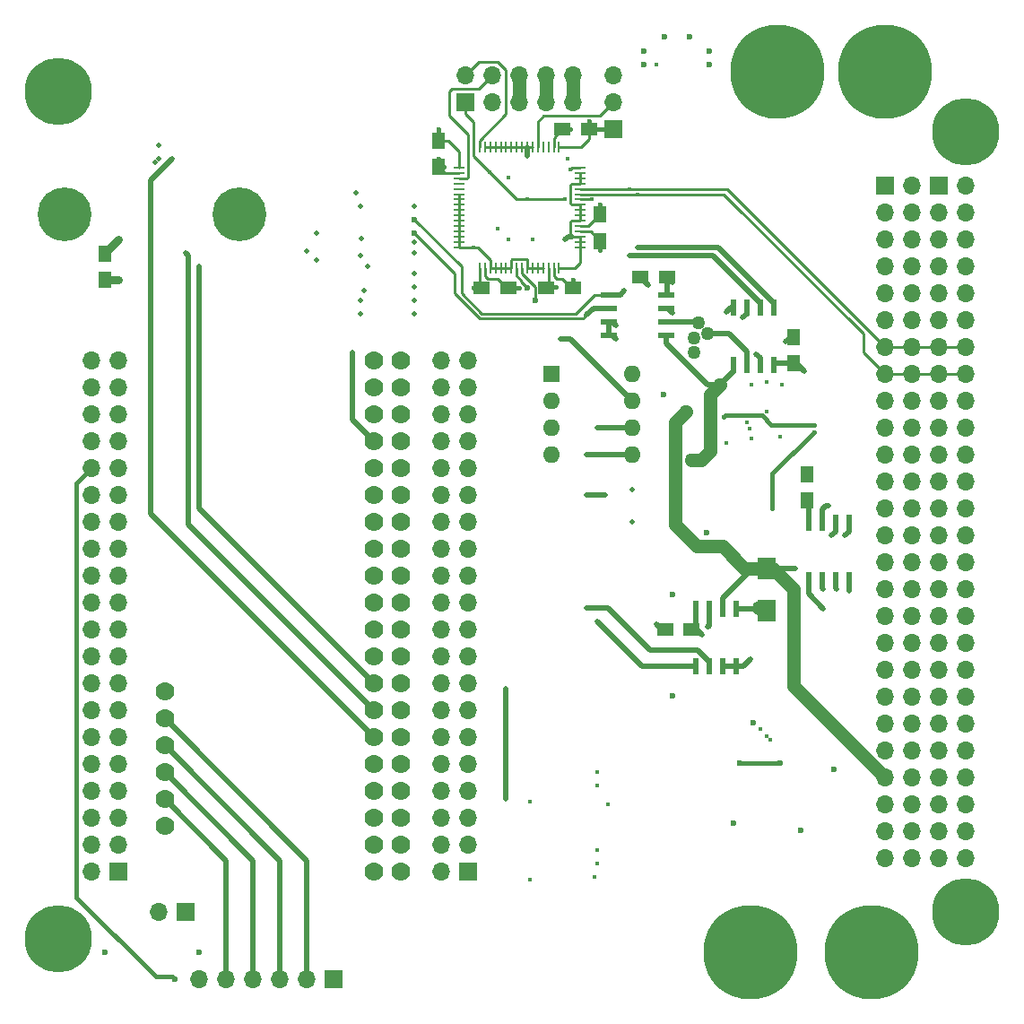
<source format=gbr>
G04 #@! TF.FileFunction,Copper,L4,Bot,Signal*
%FSLAX46Y46*%
G04 Gerber Fmt 4.6, Leading zero omitted, Abs format (unit mm)*
G04 Created by KiCad (PCBNEW 4.0.7) date 11/09/17 22:03:39*
%MOMM*%
%LPD*%
G01*
G04 APERTURE LIST*
%ADD10C,0.100000*%
%ADD11R,1.700000X1.700000*%
%ADD12O,1.700000X1.700000*%
%ADD13R,1.250000X1.500000*%
%ADD14R,1.500000X1.250000*%
%ADD15C,8.890000*%
%ADD16C,1.778000*%
%ADD17R,1.700000X2.000000*%
%ADD18R,1.000000X0.250000*%
%ADD19R,0.250000X1.000000*%
%ADD20R,1.600000X1.600000*%
%ADD21O,1.600000X1.600000*%
%ADD22R,1.550000X0.600000*%
%ADD23R,0.600000X1.550000*%
%ADD24C,5.080000*%
%ADD25C,6.350000*%
%ADD26C,1.270000*%
%ADD27C,0.508000*%
%ADD28C,0.381000*%
%ADD29C,0.600000*%
%ADD30C,0.508000*%
%ADD31C,0.381000*%
%ADD32C,1.270000*%
%ADD33C,0.254000*%
%ADD34C,0.762000*%
G04 APERTURE END LIST*
D10*
D11*
X211952960Y-43408720D03*
D12*
X214492960Y-43408720D03*
X211952960Y-45948720D03*
X214492960Y-45948720D03*
X211952960Y-48488720D03*
X214492960Y-48488720D03*
X211952960Y-51028720D03*
X214492960Y-51028720D03*
X211952960Y-53568720D03*
X214492960Y-53568720D03*
X211952960Y-56108720D03*
X214492960Y-56108720D03*
X211952960Y-58648720D03*
X214492960Y-58648720D03*
X211952960Y-61188720D03*
X214492960Y-61188720D03*
X211952960Y-63728720D03*
X214492960Y-63728720D03*
X211952960Y-66268720D03*
X214492960Y-66268720D03*
X211952960Y-68808720D03*
X214492960Y-68808720D03*
X211952960Y-71348720D03*
X214492960Y-71348720D03*
X211952960Y-73888720D03*
X214492960Y-73888720D03*
X211952960Y-76428720D03*
X214492960Y-76428720D03*
X211952960Y-78968720D03*
X214492960Y-78968720D03*
X211952960Y-81508720D03*
X214492960Y-81508720D03*
X211952960Y-84048720D03*
X214492960Y-84048720D03*
X211952960Y-86588720D03*
X214492960Y-86588720D03*
X211952960Y-89128720D03*
X214492960Y-89128720D03*
X211952960Y-91668720D03*
X214492960Y-91668720D03*
X211952960Y-94208720D03*
X214492960Y-94208720D03*
X211952960Y-96748720D03*
X214492960Y-96748720D03*
X211952960Y-99288720D03*
X214492960Y-99288720D03*
X211952960Y-101828720D03*
X214492960Y-101828720D03*
X211952960Y-104368720D03*
X214492960Y-104368720D03*
X211952960Y-106908720D03*
X214492960Y-106908720D03*
D11*
X217032960Y-43408720D03*
D12*
X219572960Y-43408720D03*
X217032960Y-45948720D03*
X219572960Y-45948720D03*
X217032960Y-48488720D03*
X219572960Y-48488720D03*
X217032960Y-51028720D03*
X219572960Y-51028720D03*
X217032960Y-53568720D03*
X219572960Y-53568720D03*
X217032960Y-56108720D03*
X219572960Y-56108720D03*
X217032960Y-58648720D03*
X219572960Y-58648720D03*
X217032960Y-61188720D03*
X219572960Y-61188720D03*
X217032960Y-63728720D03*
X219572960Y-63728720D03*
X217032960Y-66268720D03*
X219572960Y-66268720D03*
X217032960Y-68808720D03*
X219572960Y-68808720D03*
X217032960Y-71348720D03*
X219572960Y-71348720D03*
X217032960Y-73888720D03*
X219572960Y-73888720D03*
X217032960Y-76428720D03*
X219572960Y-76428720D03*
X217032960Y-78968720D03*
X219572960Y-78968720D03*
X217032960Y-81508720D03*
X219572960Y-81508720D03*
X217032960Y-84048720D03*
X219572960Y-84048720D03*
X217032960Y-86588720D03*
X219572960Y-86588720D03*
X217032960Y-89128720D03*
X219572960Y-89128720D03*
X217032960Y-91668720D03*
X219572960Y-91668720D03*
X217032960Y-94208720D03*
X219572960Y-94208720D03*
X217032960Y-96748720D03*
X219572960Y-96748720D03*
X217032960Y-99288720D03*
X219572960Y-99288720D03*
X217032960Y-101828720D03*
X219572960Y-101828720D03*
X217032960Y-104368720D03*
X219572960Y-104368720D03*
X217032960Y-106908720D03*
X219572960Y-106908720D03*
D13*
X185028960Y-48595720D03*
X185028960Y-46095720D03*
D14*
X179968960Y-53060720D03*
X182468960Y-53060720D03*
X173872960Y-53060720D03*
X176372960Y-53060720D03*
X183992960Y-38074720D03*
X181492960Y-38074720D03*
X191164960Y-85318720D03*
X193664960Y-85318720D03*
X188858960Y-52044720D03*
X191358960Y-52044720D03*
D13*
X204586960Y-70626720D03*
X204586960Y-73126720D03*
X203316960Y-57652720D03*
X203316960Y-60152720D03*
X138292960Y-49798720D03*
X138292960Y-52298720D03*
D11*
X172328960Y-35534720D03*
D12*
X172328960Y-32994720D03*
X174868960Y-35534720D03*
X174868960Y-32994720D03*
X177408960Y-35534720D03*
X177408960Y-32994720D03*
X179948960Y-35534720D03*
X179948960Y-32994720D03*
X182488960Y-35534720D03*
X182488960Y-32994720D03*
D11*
X186298960Y-38074720D03*
D12*
X186298960Y-35534720D03*
X186298960Y-32994720D03*
D11*
X139562960Y-108178720D03*
D12*
X137022960Y-108178720D03*
X139562960Y-105638720D03*
X137022960Y-105638720D03*
X139562960Y-103098720D03*
X137022960Y-103098720D03*
X139562960Y-100558720D03*
X137022960Y-100558720D03*
X139562960Y-98018720D03*
X137022960Y-98018720D03*
X139562960Y-95478720D03*
X137022960Y-95478720D03*
X139562960Y-92938720D03*
X137022960Y-92938720D03*
X139562960Y-90398720D03*
X137022960Y-90398720D03*
X139562960Y-87858720D03*
X137022960Y-87858720D03*
X139562960Y-85318720D03*
X137022960Y-85318720D03*
X139562960Y-82778720D03*
X137022960Y-82778720D03*
X139562960Y-80238720D03*
X137022960Y-80238720D03*
X139562960Y-77698720D03*
X137022960Y-77698720D03*
X139562960Y-75158720D03*
X137022960Y-75158720D03*
X139562960Y-72618720D03*
X137022960Y-72618720D03*
X139562960Y-70078720D03*
X137022960Y-70078720D03*
X139562960Y-67538720D03*
X137022960Y-67538720D03*
X139562960Y-64998720D03*
X137022960Y-64998720D03*
X139562960Y-62458720D03*
X137022960Y-62458720D03*
X139562960Y-59918720D03*
X137022960Y-59918720D03*
D11*
X159882960Y-118338720D03*
D12*
X157342960Y-118338720D03*
X154802960Y-118338720D03*
X152262960Y-118338720D03*
X149722960Y-118338720D03*
X147182960Y-118338720D03*
D11*
X172582960Y-108178720D03*
D12*
X170042960Y-108178720D03*
X172582960Y-105638720D03*
X170042960Y-105638720D03*
X172582960Y-103098720D03*
X170042960Y-103098720D03*
X172582960Y-100558720D03*
X170042960Y-100558720D03*
X172582960Y-98018720D03*
X170042960Y-98018720D03*
X172582960Y-95478720D03*
X170042960Y-95478720D03*
X172582960Y-92938720D03*
X170042960Y-92938720D03*
X172582960Y-90398720D03*
X170042960Y-90398720D03*
X172582960Y-87858720D03*
X170042960Y-87858720D03*
X172582960Y-85318720D03*
X170042960Y-85318720D03*
X172582960Y-82778720D03*
X170042960Y-82778720D03*
X172582960Y-80238720D03*
X170042960Y-80238720D03*
X172582960Y-77698720D03*
X170042960Y-77698720D03*
X172582960Y-75158720D03*
X170042960Y-75158720D03*
X172582960Y-72618720D03*
X170042960Y-72618720D03*
X172582960Y-70078720D03*
X170042960Y-70078720D03*
X172582960Y-67538720D03*
X170042960Y-67538720D03*
X172582960Y-64998720D03*
X170042960Y-64998720D03*
X172582960Y-62458720D03*
X170042960Y-62458720D03*
X172582960Y-59918720D03*
X170042960Y-59918720D03*
D15*
X199252960Y-115798720D03*
X210682960Y-115798720D03*
X201792960Y-32613720D03*
X211952960Y-32613720D03*
D11*
X145912960Y-111988720D03*
D12*
X143372960Y-111988720D03*
D16*
X163692960Y-108178720D03*
X166232960Y-108178720D03*
X163692960Y-105638720D03*
X166232960Y-105638720D03*
X163692960Y-103098720D03*
X166232960Y-103098720D03*
X163692960Y-100558720D03*
X166232960Y-100558720D03*
X163692960Y-98018720D03*
X166232960Y-98018720D03*
X163692960Y-95478720D03*
X166232960Y-95478720D03*
X163692960Y-92938720D03*
X166232960Y-92938720D03*
X163692960Y-90398720D03*
X166232960Y-90398720D03*
X163692960Y-87858720D03*
X166232960Y-87858720D03*
X163692960Y-85318720D03*
X166232960Y-85318720D03*
X163692960Y-82778720D03*
X166232960Y-82778720D03*
X163692960Y-80238720D03*
X166232960Y-80238720D03*
X163692960Y-77698720D03*
X166232960Y-77698720D03*
X163692960Y-75158720D03*
X166232960Y-75158720D03*
X163692960Y-72618720D03*
X166232960Y-72618720D03*
X163692960Y-70078720D03*
X166232960Y-70078720D03*
X163692960Y-67538720D03*
X166232960Y-67538720D03*
X163692960Y-64998720D03*
X166232960Y-64998720D03*
X163692960Y-62458720D03*
X166232960Y-62458720D03*
X163692960Y-59918720D03*
X166232960Y-59918720D03*
X143912960Y-103868720D03*
X143912960Y-101328720D03*
X143912960Y-98788720D03*
X143912960Y-96248720D03*
X143912960Y-93708720D03*
X143912960Y-91168720D03*
D17*
X200776960Y-83508720D03*
X200776960Y-79508720D03*
D18*
X183108960Y-41690720D03*
X183108960Y-42190720D03*
X183108960Y-42690720D03*
X183108960Y-43190720D03*
X183108960Y-43690720D03*
X183108960Y-44190720D03*
X183108960Y-44690720D03*
X183108960Y-45190720D03*
X183108960Y-45690720D03*
X183108960Y-46190720D03*
X183108960Y-46690720D03*
X183108960Y-47190720D03*
X183108960Y-47690720D03*
X183108960Y-48190720D03*
X183108960Y-48690720D03*
X183108960Y-49190720D03*
D19*
X181158960Y-51140720D03*
X180658960Y-51140720D03*
X180158960Y-51140720D03*
X179658960Y-51140720D03*
X179158960Y-51140720D03*
X178658960Y-51140720D03*
X178158960Y-51140720D03*
X177658960Y-51140720D03*
X177158960Y-51140720D03*
X176658960Y-51140720D03*
X176158960Y-51140720D03*
X175658960Y-51140720D03*
X175158960Y-51140720D03*
X174658960Y-51140720D03*
X174158960Y-51140720D03*
X173658960Y-51140720D03*
D18*
X171708960Y-49190720D03*
X171708960Y-48690720D03*
X171708960Y-48190720D03*
X171708960Y-47690720D03*
X171708960Y-47190720D03*
X171708960Y-46690720D03*
X171708960Y-46190720D03*
X171708960Y-45690720D03*
X171708960Y-45190720D03*
X171708960Y-44690720D03*
X171708960Y-44190720D03*
X171708960Y-43690720D03*
X171708960Y-43190720D03*
X171708960Y-42690720D03*
X171708960Y-42190720D03*
X171708960Y-41690720D03*
D19*
X173658960Y-39740720D03*
X174158960Y-39740720D03*
X174658960Y-39740720D03*
X175158960Y-39740720D03*
X175658960Y-39740720D03*
X176158960Y-39740720D03*
X176658960Y-39740720D03*
X177158960Y-39740720D03*
X177658960Y-39740720D03*
X178158960Y-39740720D03*
X178658960Y-39740720D03*
X179158960Y-39740720D03*
X179658960Y-39740720D03*
X180158960Y-39740720D03*
X180658960Y-39740720D03*
X181158960Y-39740720D03*
D20*
X180456960Y-61188720D03*
D21*
X188076960Y-68808720D03*
X180456960Y-63728720D03*
X188076960Y-66268720D03*
X180456960Y-66268720D03*
X188076960Y-63728720D03*
X180456960Y-68808720D03*
X188076960Y-61188720D03*
D22*
X185884960Y-57505720D03*
X185884960Y-56235720D03*
X185884960Y-54965720D03*
X185884960Y-53695720D03*
X191284960Y-53695720D03*
X191284960Y-54965720D03*
X191284960Y-56235720D03*
X191284960Y-57505720D03*
D23*
X197855960Y-88780720D03*
X196585960Y-88780720D03*
X195315960Y-88780720D03*
X194045960Y-88780720D03*
X194045960Y-83380720D03*
X195315960Y-83380720D03*
X196585960Y-83380720D03*
X197855960Y-83380720D03*
X208523960Y-80652720D03*
X207253960Y-80652720D03*
X205983960Y-80652720D03*
X204713960Y-80652720D03*
X204713960Y-75252720D03*
X205983960Y-75252720D03*
X207253960Y-75252720D03*
X208523960Y-75252720D03*
X197601960Y-54932720D03*
X198871960Y-54932720D03*
X200141960Y-54932720D03*
X201411960Y-54932720D03*
X201411960Y-60332720D03*
X200141960Y-60332720D03*
X198871960Y-60332720D03*
X197601960Y-60332720D03*
D24*
X134467960Y-46083720D03*
X150977960Y-46083720D03*
D13*
X169788960Y-39110720D03*
X169788960Y-41610720D03*
D25*
X133847960Y-34518720D03*
X219572960Y-38328720D03*
X133847960Y-114528720D03*
X219572960Y-111988720D03*
D26*
X193944371Y-59156720D03*
D27*
X191861550Y-52552720D03*
D26*
X194325370Y-56362720D03*
X193944371Y-57782741D03*
D28*
X180837960Y-52933720D03*
D27*
X204332960Y-60934720D03*
X198490960Y-55854720D03*
X207380960Y-81508720D03*
X194680960Y-85826720D03*
D26*
X195188960Y-57378720D03*
D27*
X188076960Y-72110720D03*
X188076960Y-75158720D03*
D28*
X176392960Y-42646720D03*
X184774960Y-98780720D03*
X173090960Y-53060720D03*
X185028960Y-49504720D03*
X184012960Y-37312720D03*
X169788960Y-38074720D03*
D27*
X158299450Y-47853720D03*
X158299450Y-50393720D03*
X162454737Y-48351908D03*
X139562960Y-48488720D03*
X157342960Y-49536720D03*
X162422960Y-49970720D03*
X191861550Y-55416390D03*
D29*
X190997960Y-63093720D03*
D27*
X202554960Y-58140720D03*
X196966960Y-55346720D03*
X199760960Y-59268318D03*
X189600960Y-52806720D03*
X186552960Y-57886720D03*
X186552960Y-56616720D03*
X204586960Y-70626720D03*
X206618958Y-73634720D03*
X208523960Y-81635720D03*
X190362960Y-84810720D03*
X195188960Y-85064720D03*
X199252960Y-88112720D03*
D28*
X175376960Y-47472720D03*
X181980960Y-40868720D03*
X176392960Y-48488720D03*
X178678960Y-48488720D03*
X184774960Y-106146720D03*
X184774960Y-107416720D03*
X184520960Y-108686720D03*
X178424960Y-108940720D03*
X184774960Y-100050720D03*
X185790960Y-101828720D03*
X178424960Y-101574720D03*
X182234960Y-41884720D03*
X182488960Y-52298720D03*
X185028960Y-45186720D03*
X182234964Y-38074720D03*
X169788960Y-40868724D03*
X177408962Y-53060720D03*
D29*
X195061960Y-76174720D03*
D28*
X200776960Y-64744720D03*
X200776960Y-61888720D03*
X199341960Y-62204720D03*
X202211960Y-62204720D03*
X202046960Y-67119720D03*
X198871960Y-65719720D03*
X199151960Y-66369720D03*
X199341960Y-67284720D03*
X196966960Y-67669720D03*
X190362960Y-31978720D03*
D29*
X195382960Y-30708720D03*
X195382960Y-31978720D03*
X193482960Y-29303720D03*
X191082960Y-29303720D03*
X189182960Y-30708720D03*
X189182960Y-31978720D03*
D28*
X200141960Y-94716720D03*
X200776960Y-95351720D03*
X201132560Y-95707320D03*
D29*
X199506960Y-94081720D03*
X207126960Y-98526720D03*
X203951960Y-104241720D03*
X197601960Y-103606720D03*
X191886960Y-82016720D03*
X191886960Y-91541720D03*
D27*
X163048393Y-51038287D03*
X162730926Y-53247941D03*
X143052835Y-41201595D03*
X139562960Y-52298720D03*
X143372960Y-40868720D03*
X143372960Y-39598720D03*
X162422960Y-54203720D03*
X161999960Y-44043720D03*
X167502960Y-55473720D03*
X167502960Y-54203720D03*
X167502960Y-52933720D03*
X167502960Y-51663720D03*
X167502960Y-49758720D03*
X167502960Y-48700720D03*
X167502960Y-45313720D03*
X162422960Y-45313720D03*
X162422960Y-55473720D03*
D29*
X138292960Y-115798720D03*
X147182960Y-115798720D03*
D27*
X203472960Y-79508720D03*
X206872960Y-76428720D03*
D26*
X193156960Y-64744720D03*
D28*
X205272294Y-65950904D03*
X196712960Y-65252718D03*
D26*
X196331960Y-62204720D03*
X193664960Y-69316720D03*
D27*
X208142960Y-76428720D03*
D26*
X200014960Y-83286720D03*
D28*
X201284960Y-73868720D03*
X205221960Y-66649720D03*
D29*
X167502960Y-47853720D03*
D27*
X187822960Y-50012720D03*
X183758960Y-55600720D03*
X206110960Y-81508720D03*
X183758960Y-83286720D03*
X183758960Y-72618720D03*
X185536960Y-72618720D03*
D28*
X176138960Y-94462720D03*
X176138960Y-90906720D03*
X176138960Y-101320720D03*
X183758960Y-68808720D03*
X187822960Y-43690720D03*
D29*
X167502960Y-46583720D03*
D27*
X188584960Y-49250720D03*
X187314960Y-53314720D03*
X206110960Y-83332720D03*
X184774960Y-84556720D03*
D28*
X184774960Y-66268720D03*
X188584960Y-44190720D03*
X174614960Y-42138720D03*
X178170960Y-44678720D03*
X184266960Y-44678720D03*
X181726960Y-44678720D03*
D27*
X144642960Y-40868720D03*
X145912960Y-49758720D03*
X147182960Y-51028720D03*
D29*
X178170960Y-53060720D03*
X144914034Y-118338720D03*
D28*
X161660960Y-59156720D03*
X181307870Y-57886720D03*
D29*
X178932960Y-54203720D03*
D28*
X181726960Y-48488720D03*
X173090960Y-49190720D03*
X178170960Y-40614720D03*
D29*
X202046960Y-97891720D03*
X198236960Y-97891720D03*
D30*
X191358960Y-52044720D02*
X191358960Y-52050130D01*
X191284960Y-56235720D02*
X194198370Y-56235720D01*
X191607551Y-52298721D02*
X191861550Y-52552720D01*
X191358960Y-52050130D02*
X191607551Y-52298721D01*
X194198370Y-56235720D02*
X194325370Y-56362720D01*
D31*
X180568553Y-52933720D02*
X180837960Y-52933720D01*
X180095960Y-52933720D02*
X180568553Y-52933720D01*
X179968960Y-53060720D02*
X180095960Y-52933720D01*
D30*
X203550960Y-60152720D02*
X204332960Y-60934720D01*
X203316960Y-60152720D02*
X203550960Y-60152720D01*
X203316960Y-60152720D02*
X201591960Y-60152720D01*
X201591960Y-60152720D02*
X201411960Y-60332720D01*
X198871960Y-54932720D02*
X198871960Y-55473720D01*
X198871960Y-55473720D02*
X198490960Y-55854720D01*
X201411960Y-60332720D02*
X201411960Y-59992270D01*
X198871960Y-60332720D02*
X198871960Y-59049720D01*
X198871960Y-59049720D02*
X197200960Y-57378720D01*
X197200960Y-57378720D02*
X196086985Y-57378720D01*
X196086985Y-57378720D02*
X195188960Y-57378720D01*
X191358960Y-52044720D02*
X191358960Y-53621720D01*
X191358960Y-53621720D02*
X191284960Y-53695720D01*
X204713960Y-75252720D02*
X204713960Y-73253720D01*
X204713960Y-73253720D02*
X204586960Y-73126720D01*
X207253960Y-80652720D02*
X207253960Y-81381720D01*
X207253960Y-81381720D02*
X207380960Y-81508720D01*
X193664960Y-85318720D02*
X194172960Y-85318720D01*
X194172960Y-85318720D02*
X194680960Y-85826720D01*
X194045960Y-83380720D02*
X194045960Y-84937720D01*
X194045960Y-84937720D02*
X193664960Y-85318720D01*
D31*
X186298960Y-38074720D02*
X183992960Y-38074720D01*
X173872960Y-53060720D02*
X173090960Y-53060720D01*
X185028960Y-48595720D02*
X185028960Y-49504720D01*
X183992960Y-38074720D02*
X183992960Y-37332720D01*
X183992960Y-37332720D02*
X184012960Y-37312720D01*
X169788960Y-39110720D02*
X169788960Y-38074720D01*
D32*
X179948960Y-35534720D02*
X179948960Y-32994720D01*
D33*
X171708960Y-41690720D02*
X171708960Y-40151720D01*
X171708960Y-40151720D02*
X170667960Y-39110720D01*
X170667960Y-39110720D02*
X169788960Y-39110720D01*
X181158960Y-39740720D02*
X183205960Y-39740720D01*
X183205960Y-39740720D02*
X183992960Y-38953720D01*
X183992960Y-38953720D02*
X183992960Y-38074720D01*
X173658960Y-51140720D02*
X173658960Y-52846720D01*
X173658960Y-52846720D02*
X173872960Y-53060720D01*
X180158960Y-51140720D02*
X180158960Y-52870720D01*
X180158960Y-52870720D02*
X179968960Y-53060720D01*
X183108960Y-47690720D02*
X184123960Y-47690720D01*
X184123960Y-47690720D02*
X185028960Y-48595720D01*
D34*
X138292960Y-49798720D02*
X138292960Y-49758720D01*
X138292960Y-49758720D02*
X139562960Y-48488720D01*
D30*
X191607551Y-55162391D02*
X191861550Y-55416390D01*
X191410880Y-54965720D02*
X191607551Y-55162391D01*
X191284960Y-54965720D02*
X191410880Y-54965720D01*
X203316960Y-57652720D02*
X203042960Y-57652720D01*
X203042960Y-57652720D02*
X202554960Y-58140720D01*
X197601960Y-54932720D02*
X197380960Y-54932720D01*
X197380960Y-54932720D02*
X196966960Y-55346720D01*
X200141960Y-60332720D02*
X200141960Y-59649318D01*
X200141960Y-59649318D02*
X199760960Y-59268318D01*
X188858960Y-52044720D02*
X188858960Y-52064720D01*
X188858960Y-52064720D02*
X189600960Y-52806720D01*
X185884960Y-57505720D02*
X186171960Y-57505720D01*
X186171960Y-57505720D02*
X186552960Y-57886720D01*
X185884960Y-56235720D02*
X186171960Y-56235720D01*
X186171960Y-56235720D02*
X186552960Y-56616720D01*
X185884960Y-56235720D02*
X185884960Y-57505720D01*
X206318960Y-73634720D02*
X206618958Y-73634720D01*
X205983960Y-73969720D02*
X206318960Y-73634720D01*
X205983960Y-75252720D02*
X205983960Y-73969720D01*
X208523960Y-80652720D02*
X208523960Y-81635720D01*
X191164960Y-85318720D02*
X190870960Y-85318720D01*
X190870960Y-85318720D02*
X190362960Y-84810720D01*
X195315960Y-83380720D02*
X195315960Y-84937720D01*
X195315960Y-84937720D02*
X195188960Y-85064720D01*
X197855960Y-88780720D02*
X198584960Y-88780720D01*
X198584960Y-88780720D02*
X199252960Y-88112720D01*
X196585960Y-88780720D02*
X197855960Y-88780720D01*
D33*
X182234960Y-41810720D02*
X182234960Y-41884720D01*
X182354960Y-41690720D02*
X182234960Y-41810720D01*
X183108960Y-41690720D02*
X182354960Y-41690720D01*
X182425459Y-41694221D02*
X182234960Y-41884720D01*
X182428960Y-41690720D02*
X182425459Y-41694221D01*
X182548960Y-41690720D02*
X182428960Y-41690720D01*
D31*
X182488960Y-52568127D02*
X182488960Y-52298720D01*
X182488960Y-53040720D02*
X182488960Y-52568127D01*
X182468960Y-52278720D02*
X182488960Y-52298720D01*
X182468960Y-53060720D02*
X182488960Y-53040720D01*
X185028960Y-46095720D02*
X185028960Y-45186720D01*
X182234960Y-38074720D02*
X182234964Y-38074720D01*
X181726960Y-38074720D02*
X182234960Y-38074720D01*
X181492960Y-38074720D02*
X182234960Y-38074720D01*
X169788960Y-41610720D02*
X169788960Y-40868724D01*
X169979459Y-41059223D02*
X169788960Y-40868724D01*
X170042958Y-41138127D02*
X170042958Y-41122722D01*
X169788960Y-41610720D02*
X170042958Y-41356722D01*
X170042958Y-41356722D02*
X170042958Y-41138127D01*
X170316960Y-41610720D02*
X170042958Y-41336718D01*
X170042958Y-41122722D02*
X169979459Y-41059223D01*
X170042958Y-41336718D02*
X170042958Y-41138127D01*
X177408960Y-53060720D02*
X177408962Y-53060720D01*
X176372960Y-53060720D02*
X177408962Y-53060720D01*
D32*
X177408960Y-35534720D02*
X177408960Y-32994720D01*
D33*
X171708960Y-42190720D02*
X170368960Y-42190720D01*
X170368960Y-42190720D02*
X169788960Y-41610720D01*
X180658960Y-39740720D02*
X180658960Y-38908720D01*
X180658960Y-38908720D02*
X181492960Y-38074720D01*
X174158960Y-51140720D02*
X174158960Y-51894720D01*
X174158960Y-51894720D02*
X174420559Y-52156319D01*
X174420559Y-52156319D02*
X175343559Y-52156319D01*
X175343559Y-52156319D02*
X176247960Y-53060720D01*
X176247960Y-53060720D02*
X176372960Y-53060720D01*
X180658960Y-51140720D02*
X180658960Y-51894720D01*
X180658960Y-51894720D02*
X180945960Y-52181720D01*
X180945960Y-52181720D02*
X181464960Y-52181720D01*
X181464960Y-52181720D02*
X182343960Y-53060720D01*
X182343960Y-53060720D02*
X182468960Y-53060720D01*
X183108960Y-47190720D02*
X183933960Y-47190720D01*
X183933960Y-47190720D02*
X185028960Y-46095720D01*
D34*
X138292960Y-52298720D02*
X139562960Y-52298720D01*
D30*
X207253960Y-75252720D02*
X207253960Y-76047720D01*
X207253960Y-76047720D02*
X206872960Y-76428720D01*
X207253960Y-75252720D02*
X207253960Y-75727720D01*
X203472960Y-79508720D02*
X202134960Y-79508720D01*
X202134960Y-79508720D02*
X200776960Y-79508720D01*
X196585960Y-83380720D02*
X196585960Y-82341720D01*
X199418960Y-79508720D02*
X200776960Y-79508720D01*
X196585960Y-82341720D02*
X199418960Y-79508720D01*
D32*
X211952960Y-99288720D02*
X203316960Y-90652720D01*
X203316960Y-90652720D02*
X203316960Y-81508720D01*
X203316960Y-81508720D02*
X201316960Y-79508720D01*
X201316960Y-79508720D02*
X200776960Y-79508720D01*
X192140960Y-75412720D02*
X192140960Y-65760720D01*
X192140960Y-65760720D02*
X193156960Y-64744720D01*
X194172960Y-77444720D02*
X192140960Y-75412720D01*
X196592960Y-77444720D02*
X194172960Y-77444720D01*
X200776960Y-79508720D02*
X198656960Y-79508720D01*
X198656960Y-79508720D02*
X196592960Y-77444720D01*
D31*
X205002887Y-65950904D02*
X205272294Y-65950904D01*
X196712960Y-65252718D02*
X196903459Y-65062219D01*
X200305025Y-65062219D02*
X201193710Y-65950904D01*
X196903459Y-65062219D02*
X200305025Y-65062219D01*
X201193710Y-65950904D02*
X205002887Y-65950904D01*
D30*
X197601960Y-60332720D02*
X197601960Y-60934720D01*
X197601960Y-60934720D02*
X196331960Y-62204720D01*
X191284960Y-57505720D02*
X191284960Y-58313720D01*
X191284960Y-58313720D02*
X195175960Y-62204720D01*
X195175960Y-62204720D02*
X195433935Y-62204720D01*
X195433935Y-62204720D02*
X196331960Y-62204720D01*
D32*
X195442960Y-68436745D02*
X195442960Y-63093720D01*
X195442960Y-63093720D02*
X196331960Y-62204720D01*
X193664960Y-69316720D02*
X194562985Y-69316720D01*
X194562985Y-69316720D02*
X195442960Y-68436745D01*
D30*
X208523960Y-75252720D02*
X208523960Y-76047720D01*
X208523960Y-76047720D02*
X208142960Y-76428720D01*
X197855960Y-83380720D02*
X200648960Y-83380720D01*
X200648960Y-83380720D02*
X200776960Y-83508720D01*
D32*
X200014960Y-83286720D02*
X200554960Y-83286720D01*
X200554960Y-83286720D02*
X200776960Y-83508720D01*
D31*
X205221960Y-66649720D02*
X201284960Y-70586720D01*
X201284960Y-70586720D02*
X201284960Y-73868720D01*
D30*
X195315960Y-88780720D02*
X195315960Y-88305720D01*
X195315960Y-88305720D02*
X194233960Y-87223720D01*
X194233960Y-87223720D02*
X189727960Y-87223720D01*
X189727960Y-87223720D02*
X185790960Y-83286720D01*
X185790960Y-83286720D02*
X183758960Y-83286720D01*
D33*
X183504961Y-55854719D02*
X183758960Y-55600720D01*
X183479549Y-55880131D02*
X183504961Y-55854719D01*
X173684620Y-55880131D02*
X183479549Y-55880131D01*
X171312960Y-53508471D02*
X173684620Y-55880131D01*
X171312960Y-51663720D02*
X171312960Y-53508471D01*
X167502960Y-47853720D02*
X171312960Y-51663720D01*
D30*
X200141960Y-54932720D02*
X200141960Y-54457720D01*
X195696960Y-50012720D02*
X187822960Y-50012720D01*
X200141960Y-54457720D02*
X195696960Y-50012720D01*
X185884960Y-54965720D02*
X184393960Y-54965720D01*
X184393960Y-54965720D02*
X183758960Y-55600720D01*
X205983960Y-80652720D02*
X205983960Y-81381720D01*
X205983960Y-81381720D02*
X206110960Y-81508720D01*
X185536960Y-72618720D02*
X183758960Y-72618720D01*
X176138960Y-101320720D02*
X176138960Y-94462720D01*
X176138960Y-94462720D02*
X176138960Y-90906720D01*
X188076960Y-68808720D02*
X183758960Y-68808720D01*
D33*
X183108960Y-43690720D02*
X187822960Y-43690720D01*
X187822960Y-43690720D02*
X196994960Y-43690720D01*
X217032960Y-58648720D02*
X219572960Y-58648720D01*
X214492960Y-58648720D02*
X217032960Y-58648720D01*
X211952960Y-58648720D02*
X214492960Y-58648720D01*
X196994960Y-43690720D02*
X211952960Y-58648720D01*
X184520960Y-53695720D02*
X185884960Y-53695720D01*
X171947960Y-53568720D02*
X173852960Y-55473720D01*
X167502960Y-46583720D02*
X171947960Y-51028720D01*
X171947960Y-51028720D02*
X171947960Y-53568720D01*
X173852960Y-55473720D02*
X182742960Y-55473720D01*
X182742960Y-55473720D02*
X184520960Y-53695720D01*
D30*
X201411960Y-54932720D02*
X201411960Y-54457720D01*
X201411960Y-54457720D02*
X196204960Y-49250720D01*
X196204960Y-49250720D02*
X188584960Y-49250720D01*
X185884960Y-53695720D02*
X186933960Y-53695720D01*
X186933960Y-53695720D02*
X187314960Y-53314720D01*
X204713960Y-80652720D02*
X204713960Y-81935720D01*
X204713960Y-81935720D02*
X206110960Y-83332720D01*
X194045960Y-88780720D02*
X188998960Y-88780720D01*
X188998960Y-88780720D02*
X184774960Y-84556720D01*
X188076960Y-66268720D02*
X184774960Y-66268720D01*
D33*
X196732960Y-44190720D02*
X188584960Y-44190720D01*
X188584960Y-44190720D02*
X183108960Y-44190720D01*
X211952960Y-61188720D02*
X209920960Y-59156720D01*
X209920960Y-59156720D02*
X209920960Y-57378720D01*
X209920960Y-57378720D02*
X196732960Y-44190720D01*
X214492960Y-61188720D02*
X211952960Y-61188720D01*
X217032960Y-61188720D02*
X214492960Y-61188720D01*
X219572960Y-61188720D02*
X217032960Y-61188720D01*
X173090960Y-40614720D02*
X174614960Y-42138720D01*
X174614960Y-42138720D02*
X177154960Y-44678720D01*
X177154960Y-44678720D02*
X178170960Y-44678720D01*
X178170960Y-44678720D02*
X181726960Y-44678720D01*
X172328960Y-35534720D02*
X172328960Y-36638720D01*
X172328960Y-36638720D02*
X173090960Y-37400720D01*
X173090960Y-37400720D02*
X173090960Y-40614720D01*
X184266960Y-44678720D02*
X183120960Y-44678720D01*
X183120960Y-44678720D02*
X183108960Y-44690720D01*
X172328960Y-32994720D02*
X173598960Y-31724720D01*
X175376960Y-31724720D02*
X176138960Y-32486720D01*
X176138960Y-32486720D02*
X176138960Y-36632798D01*
X173658960Y-39112798D02*
X173658960Y-39740720D01*
X173598960Y-31724720D02*
X175376960Y-31724720D01*
X176138960Y-36632798D02*
X173658960Y-39112798D01*
X174868960Y-32994720D02*
X173598960Y-34264720D01*
X173598960Y-34264720D02*
X171058960Y-34264720D01*
X171058960Y-34264720D02*
X170804960Y-34518720D01*
X170804960Y-34518720D02*
X170804960Y-36804720D01*
X170804960Y-36804720D02*
X172582960Y-38582720D01*
X172582960Y-38582720D02*
X172582960Y-42570720D01*
X172462960Y-42690720D02*
X171708960Y-42690720D01*
X172582960Y-42570720D02*
X172462960Y-42690720D01*
D32*
X182488960Y-32994720D02*
X182488960Y-35534720D01*
D33*
X179158960Y-39740720D02*
X179158960Y-37340720D01*
X179158960Y-37340720D02*
X179694960Y-36804720D01*
X179694960Y-36804720D02*
X185028960Y-36804720D01*
X185028960Y-36804720D02*
X185448961Y-36384719D01*
X185448961Y-36384719D02*
X186298960Y-35534720D01*
D30*
X144642960Y-40868720D02*
X142602959Y-42908721D01*
X142602959Y-42908721D02*
X142602959Y-74388719D01*
X142602959Y-74388719D02*
X162803961Y-94589721D01*
X162803961Y-94589721D02*
X163692960Y-95478720D01*
X145912960Y-49758720D02*
X146166959Y-50012719D01*
X146166959Y-50012719D02*
X146166959Y-75412719D01*
X146166959Y-75412719D02*
X162803961Y-92049721D01*
X162803961Y-92049721D02*
X163692960Y-92938720D01*
X147182960Y-51387930D02*
X147182960Y-51028720D01*
X147182960Y-73888720D02*
X147182960Y-51387930D01*
X163692960Y-90398720D02*
X147182960Y-73888720D01*
D33*
X177562960Y-52298720D02*
X177562960Y-52452720D01*
X177562960Y-52452720D02*
X178170960Y-53060720D01*
X177158960Y-51140720D02*
X177158960Y-51894720D01*
X177158960Y-51894720D02*
X177562960Y-52298720D01*
D31*
X137022960Y-70078720D02*
X135601459Y-71500221D01*
X135601459Y-71500221D02*
X135601459Y-110567219D01*
X135601459Y-110567219D02*
X143072961Y-118038721D01*
X143072961Y-118038721D02*
X144614035Y-118038721D01*
X144614035Y-118038721D02*
X144914034Y-118338720D01*
D30*
X161660960Y-59426127D02*
X161660960Y-59156720D01*
X161660960Y-65506720D02*
X161660960Y-59426127D01*
X163692960Y-67538720D02*
X161660960Y-65506720D01*
X182234960Y-57886720D02*
X181577277Y-57886720D01*
X181577277Y-57886720D02*
X181307870Y-57886720D01*
X188076960Y-63728720D02*
X182234960Y-57886720D01*
X143912960Y-93708720D02*
X157342960Y-107138720D01*
X157342960Y-107138720D02*
X157342960Y-118338720D01*
X143912960Y-96248720D02*
X154802960Y-107138720D01*
X154802960Y-107138720D02*
X154802960Y-118338720D01*
X143912960Y-98788720D02*
X152262960Y-107138720D01*
X152262960Y-107138720D02*
X152262960Y-118338720D01*
X143912960Y-101328720D02*
X149722960Y-107138720D01*
X149722960Y-107138720D02*
X149722960Y-118338720D01*
D33*
X178932960Y-53779456D02*
X178932960Y-54203720D01*
X177658960Y-51691204D02*
X178932960Y-52965204D01*
X177658960Y-51140720D02*
X177658960Y-51691204D01*
X178932960Y-52965204D02*
X178932960Y-53779456D01*
X183108960Y-49190720D02*
X183108960Y-48690720D01*
X181158960Y-51140720D02*
X182630960Y-51140720D01*
X182630960Y-51140720D02*
X183108960Y-50662720D01*
X183108960Y-50662720D02*
X183108960Y-49190720D01*
D30*
X182354960Y-48190720D02*
X182024960Y-48190720D01*
X182024960Y-48190720D02*
X181726960Y-48488720D01*
D33*
X182234960Y-43310720D02*
X182234960Y-45070720D01*
X182234960Y-45070720D02*
X182354960Y-45190720D01*
X182354960Y-45190720D02*
X183108960Y-45190720D01*
X183108960Y-43190720D02*
X182354960Y-43190720D01*
X182354960Y-43190720D02*
X182234960Y-43310720D01*
X183108960Y-48190720D02*
X182354960Y-48190720D01*
X182354960Y-48190720D02*
X182234960Y-48070720D01*
X182234960Y-48070720D02*
X182234960Y-46810720D01*
X182234960Y-46810720D02*
X182354960Y-46690720D01*
X182354960Y-46690720D02*
X183108960Y-46690720D01*
X183108960Y-48190720D02*
X183108960Y-48690720D01*
X183108960Y-46690720D02*
X183108960Y-46190720D01*
X183108960Y-46190720D02*
X183108960Y-45690720D01*
X183108960Y-45190720D02*
X183108960Y-45690720D01*
X183108960Y-42690720D02*
X183108960Y-43190720D01*
X183108960Y-42190720D02*
X183108960Y-42690720D01*
X178158960Y-51140720D02*
X178158960Y-50386720D01*
X178158960Y-50386720D02*
X178133559Y-50361319D01*
X178133559Y-50361319D02*
X176684361Y-50361319D01*
X176684361Y-50361319D02*
X176658960Y-50386720D01*
X176658960Y-50386720D02*
X176658960Y-51140720D01*
X178658960Y-51140720D02*
X178158960Y-51140720D01*
X179158960Y-51140720D02*
X178658960Y-51140720D01*
X179658960Y-51140720D02*
X179158960Y-51140720D01*
X173090960Y-49190720D02*
X172462960Y-49190720D01*
X173462960Y-49190720D02*
X173090960Y-49190720D01*
X176658960Y-51140720D02*
X176158960Y-51140720D01*
X175658960Y-51140720D02*
X176158960Y-51140720D01*
X175158960Y-51140720D02*
X175658960Y-51140720D01*
X174658960Y-51140720D02*
X174658960Y-50386720D01*
X174658960Y-50386720D02*
X173462960Y-49190720D01*
X172462960Y-49190720D02*
X171708960Y-49190720D01*
X174658960Y-51140720D02*
X175158960Y-51140720D01*
X171708960Y-48690720D02*
X171708960Y-49190720D01*
X171708960Y-48190720D02*
X171708960Y-48690720D01*
X171708960Y-47690720D02*
X171708960Y-48190720D01*
X171708960Y-47190720D02*
X171708960Y-47690720D01*
X171708960Y-46690720D02*
X171708960Y-47190720D01*
X171708960Y-46190720D02*
X171708960Y-46690720D01*
X171708960Y-45690720D02*
X171708960Y-46190720D01*
X171708960Y-45190720D02*
X171708960Y-45690720D01*
X171708960Y-44690720D02*
X171708960Y-45190720D01*
X171708960Y-44190720D02*
X171708960Y-44690720D01*
D30*
X178158960Y-39740720D02*
X178158960Y-40602720D01*
X178158960Y-40602720D02*
X178170960Y-40614720D01*
D33*
X174158960Y-39740720D02*
X174658960Y-39740720D01*
X174658960Y-39740720D02*
X175158960Y-39740720D01*
X175658960Y-39740720D02*
X175158960Y-39740720D01*
X176158960Y-39740720D02*
X175658960Y-39740720D01*
X176658960Y-39740720D02*
X176158960Y-39740720D01*
X177158960Y-39740720D02*
X176658960Y-39740720D01*
X177658960Y-39740720D02*
X177158960Y-39740720D01*
X178158960Y-39740720D02*
X177658960Y-39740720D01*
X178658960Y-39740720D02*
X178158960Y-39740720D01*
D31*
X198236960Y-97891720D02*
X202046960Y-97891720D01*
M02*

</source>
